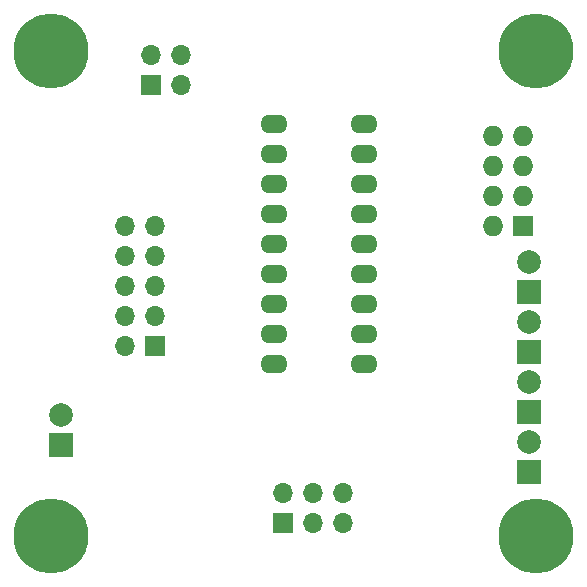
<source format=gbs>
%TF.GenerationSoftware,KiCad,Pcbnew,(6.0.1)*%
%TF.CreationDate,2022-06-03T07:52:11-04:00*%
%TF.ProjectId,I2CIO-8,49324349-4f2d-4382-9e6b-696361645f70,X3*%
%TF.SameCoordinates,Original*%
%TF.FileFunction,Soldermask,Bot*%
%TF.FilePolarity,Negative*%
%FSLAX46Y46*%
G04 Gerber Fmt 4.6, Leading zero omitted, Abs format (unit mm)*
G04 Created by KiCad (PCBNEW (6.0.1)) date 2022-06-03 07:52:11*
%MOMM*%
%LPD*%
G01*
G04 APERTURE LIST*
%ADD10O,2.300000X1.600000*%
%ADD11R,1.727200X1.727200*%
%ADD12O,1.727200X1.727200*%
%ADD13R,2.000000X2.000000*%
%ADD14C,2.000000*%
%ADD15C,6.350000*%
%ADD16R,1.700000X1.700000*%
%ADD17O,1.700000X1.700000*%
G04 APERTURE END LIST*
D10*
%TO.C,U1*%
X22860000Y-10160000D03*
X22860000Y-12700000D03*
X22860000Y-15240000D03*
X22860000Y-17780000D03*
X22860000Y-20320000D03*
X22860000Y-22860000D03*
X22860000Y-25400000D03*
X22860000Y-27940000D03*
X22860000Y-30480000D03*
X30480000Y-30480000D03*
X30480000Y-27940000D03*
X30480000Y-25400000D03*
X30480000Y-22860000D03*
X30480000Y-20320000D03*
X30480000Y-17780000D03*
X30480000Y-15240000D03*
X30480000Y-12700000D03*
X30480000Y-10160000D03*
%TD*%
D11*
%TO.C,H3*%
X43942000Y-18796000D03*
D12*
X41402000Y-18796000D03*
X43942000Y-16256000D03*
X41402000Y-16256000D03*
X43942000Y-13716000D03*
X41402000Y-13716000D03*
X43942000Y-11176000D03*
X41402000Y-11176000D03*
%TD*%
D13*
%TO.C,D0*%
X44450000Y-39654000D03*
D14*
X44450000Y-37114000D03*
%TD*%
D13*
%TO.C,D1*%
X44450000Y-34574000D03*
D14*
X44450000Y-32034000D03*
%TD*%
D13*
%TO.C,D2*%
X44450000Y-29494000D03*
D14*
X44450000Y-26954000D03*
%TD*%
D13*
%TO.C,D3*%
X44450000Y-24384000D03*
D14*
X44450000Y-21844000D03*
%TD*%
D13*
%TO.C,D9*%
X4776000Y-37368000D03*
D14*
X4776000Y-34828000D03*
%TD*%
D15*
%TO.C,MTG1*%
X45000000Y-45000000D03*
%TD*%
D16*
%TO.C,H1*%
X12441000Y-6863000D03*
D17*
X12441000Y-4323000D03*
X14981000Y-6863000D03*
X14981000Y-4323000D03*
%TD*%
D16*
%TO.C,J1*%
X12762000Y-28951000D03*
D17*
X10222000Y-28951000D03*
X12762000Y-26411000D03*
X10222000Y-26411000D03*
X12762000Y-23871000D03*
X10222000Y-23871000D03*
X12762000Y-21331000D03*
X10222000Y-21331000D03*
X12762000Y-18791000D03*
X10222000Y-18791000D03*
%TD*%
D16*
%TO.C,H2*%
X23622000Y-43942000D03*
D17*
X23622000Y-41402000D03*
X26162000Y-43942000D03*
X26162000Y-41402000D03*
X28702000Y-43942000D03*
X28702000Y-41402000D03*
%TD*%
D15*
%TO.C,MTG2*%
X4000000Y-4000000D03*
%TD*%
%TO.C,MTG4*%
X45000000Y-4000000D03*
%TD*%
%TO.C,MTG3*%
X4000000Y-45000000D03*
%TD*%
M02*

</source>
